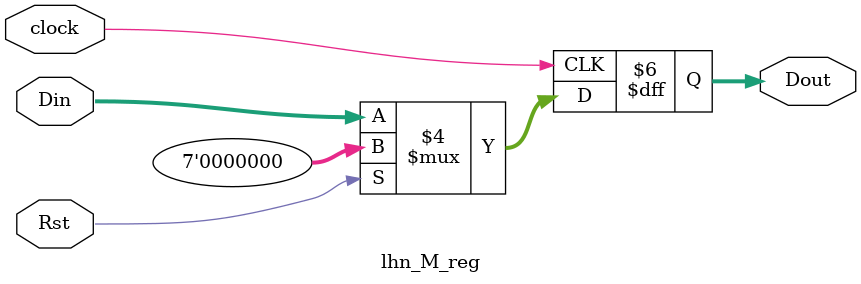
<source format=v>
module lhn_M_reg (Din, Rst, clock, Dout);
	input [6:0] Din;
	input Rst, clock;
	output reg [6:0] Dout;
	
	always @(posedge clock)
		if (Rst==1)
			begin
				Dout = 7'b0000000; 
			end
		else Dout=Din;
endmodule 
</source>
